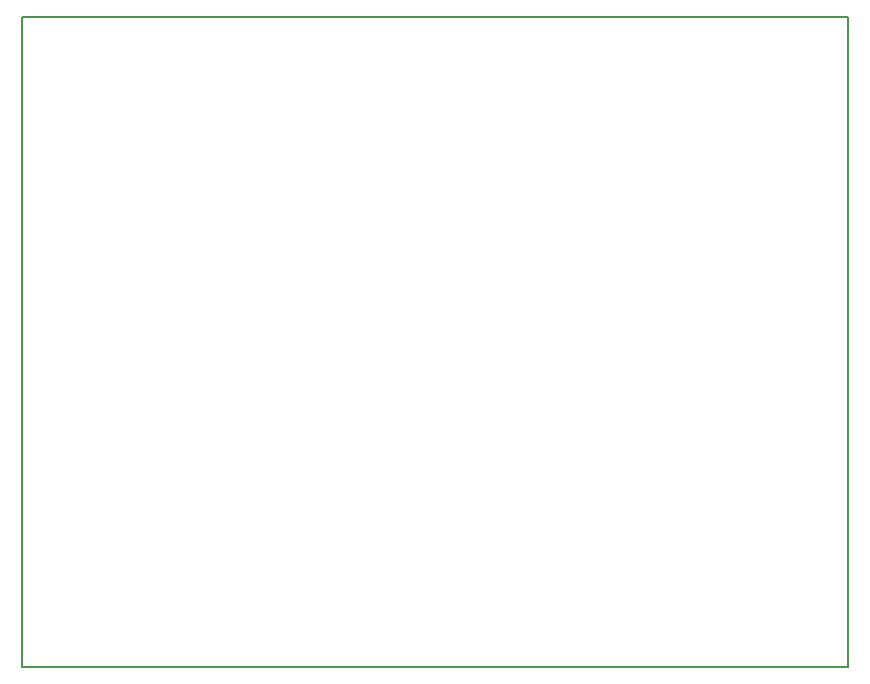
<source format=gm1>
G04 #@! TF.GenerationSoftware,KiCad,Pcbnew,(5.0.2)-1*
G04 #@! TF.CreationDate,2019-04-14T17:31:44+02:00*
G04 #@! TF.ProjectId,APRS-Tracker_ArduinoProMini,41505253-2d54-4726-9163-6b65725f4172,rev?*
G04 #@! TF.SameCoordinates,Original*
G04 #@! TF.FileFunction,Profile,NP*
%FSLAX46Y46*%
G04 Gerber Fmt 4.6, Leading zero omitted, Abs format (unit mm)*
G04 Created by KiCad (PCBNEW (5.0.2)-1) date 14.04.2019 17:31:44*
%MOMM*%
%LPD*%
G01*
G04 APERTURE LIST*
%ADD10C,0.150000*%
G04 APERTURE END LIST*
D10*
X70500000Y-103500000D02*
X70500000Y-158500000D01*
X140500000Y-103500000D02*
X70500000Y-103500000D01*
X140500000Y-158500000D02*
X140500000Y-103500000D01*
X70500000Y-158500000D02*
X140500000Y-158500000D01*
M02*

</source>
